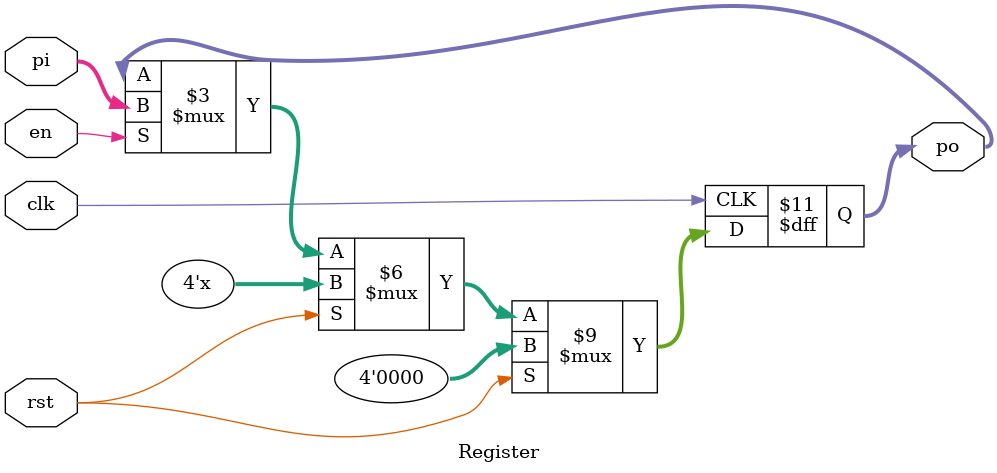
<source format=v>
`timescale 1ns/1ns
module Register (
    clk, 
    rst,
    en, 
    pi, 
    po 
    );
    parameter size = 4;
    
    input clk, rst, en;
    input [size-1:0] pi;
    output reg [size-1:0] po;

    always @(posedge clk) begin
        if (rst)
            po = 0;
        else if (en)
            po = pi;
    end
    
endmodule
</source>
